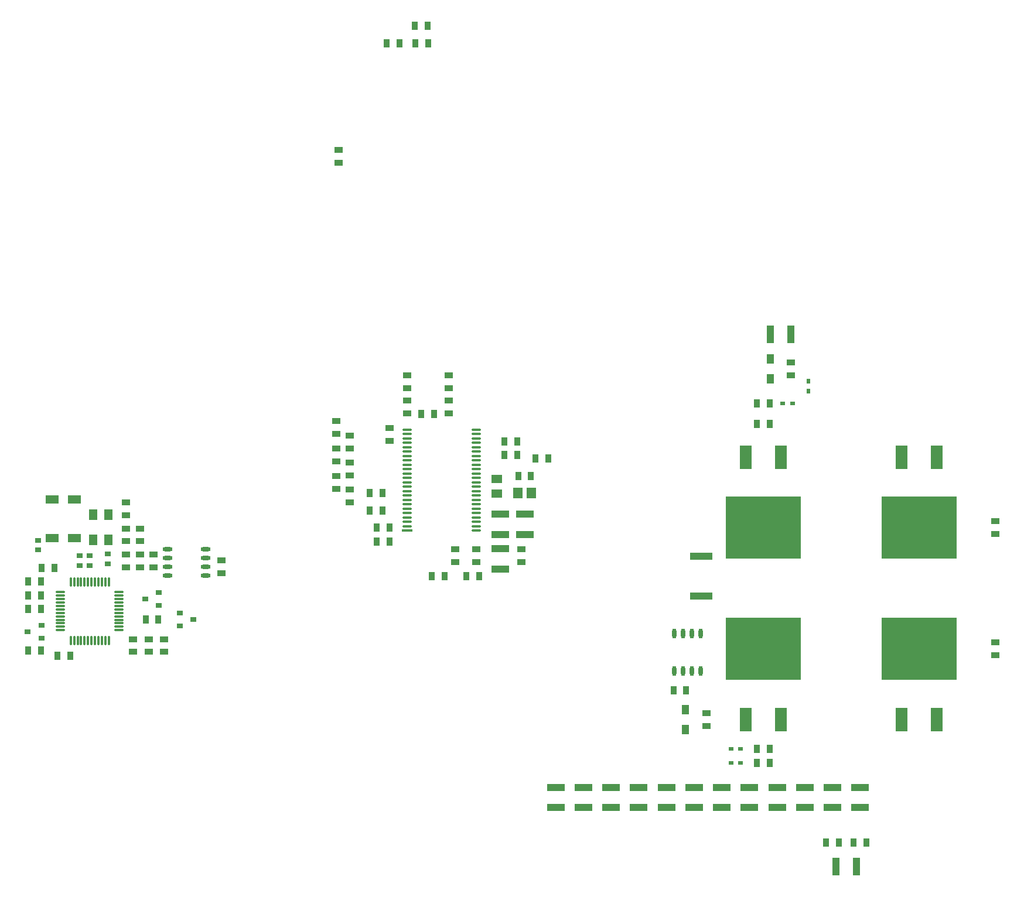
<source format=gbp>
G04*
G04 #@! TF.GenerationSoftware,Altium Limited,Altium Designer,21.0.8 (223)*
G04*
G04 Layer_Color=128*
%FSLAX25Y25*%
%MOIN*%
G70*
G04*
G04 #@! TF.SameCoordinates,A19D7D31-63B9-40C3-BA03-758776B81FF0*
G04*
G04*
G04 #@! TF.FilePolarity,Positive*
G04*
G01*
G75*
%ADD21R,0.03740X0.05118*%
%ADD22R,0.05118X0.03740*%
%ADD74R,0.05906X0.01181*%
%ADD75O,0.05906X0.01181*%
%ADD76R,0.06102X0.04921*%
%ADD77R,0.05315X0.06102*%
%ADD78R,0.10236X0.04134*%
%ADD79O,0.05709X0.02362*%
%ADD80R,0.03543X0.03150*%
%ADD81R,0.04921X0.06299*%
%ADD82O,0.05709X0.01181*%
%ADD83O,0.01181X0.05709*%
%ADD84R,0.03543X0.02756*%
%ADD85R,0.07500X0.05000*%
%ADD86R,0.04134X0.10236*%
%ADD87R,0.03937X0.05315*%
%ADD88R,0.02362X0.02953*%
%ADD89R,0.02953X0.02362*%
%ADD90O,0.02362X0.05709*%
%ADD91R,0.12795X0.04134*%
%ADD92R,0.42992X0.35512*%
%ADD93R,0.07008X0.13795*%
D21*
X373721Y255906D02*
D03*
X366437D02*
D03*
X373721Y246063D02*
D03*
X366437D02*
D03*
X377953Y236221D02*
D03*
X370669D02*
D03*
X377953Y228346D02*
D03*
X370669D02*
D03*
X395965Y301181D02*
D03*
X403248D02*
D03*
X468209Y275591D02*
D03*
X460925D02*
D03*
X450492Y285433D02*
D03*
X443209D02*
D03*
X450492Y277559D02*
D03*
X443209D02*
D03*
X458366Y265748D02*
D03*
X451083D02*
D03*
X428839Y208661D02*
D03*
X421555D02*
D03*
X409154D02*
D03*
X401870D02*
D03*
X246358Y183973D02*
D03*
X239075D02*
D03*
X180020Y213501D02*
D03*
X187303D02*
D03*
X179429Y205627D02*
D03*
X172146D02*
D03*
X172146Y197753D02*
D03*
X179429D02*
D03*
X172146Y189879D02*
D03*
X179429D02*
D03*
X172146Y166257D02*
D03*
X179429D02*
D03*
X196161Y163304D02*
D03*
X188878D02*
D03*
X594193Y307087D02*
D03*
X586909D02*
D03*
X594193Y295276D02*
D03*
X586909D02*
D03*
X546654Y143701D02*
D03*
X539370D02*
D03*
X586909Y102362D02*
D03*
X594193D02*
D03*
X586909Y110236D02*
D03*
X594193D02*
D03*
X633563Y57087D02*
D03*
X626279D02*
D03*
X649311D02*
D03*
X642028D02*
D03*
X392551Y512192D02*
D03*
X399834D02*
D03*
X392279Y522035D02*
D03*
X399563D02*
D03*
X376310Y512192D02*
D03*
X383594D02*
D03*
D22*
X387795Y322933D02*
D03*
Y315650D02*
D03*
X355315Y288779D02*
D03*
Y281496D02*
D03*
Y273327D02*
D03*
Y266043D02*
D03*
Y257874D02*
D03*
Y250591D02*
D03*
X347441Y265748D02*
D03*
Y258465D02*
D03*
Y281201D02*
D03*
Y273917D02*
D03*
Y296949D02*
D03*
Y289665D02*
D03*
X387795Y308760D02*
D03*
Y301476D02*
D03*
X411417Y322933D02*
D03*
Y315650D02*
D03*
Y308760D02*
D03*
Y301476D02*
D03*
X452756Y224114D02*
D03*
Y216831D02*
D03*
X427165Y224114D02*
D03*
Y216831D02*
D03*
X415354Y224114D02*
D03*
Y216831D02*
D03*
X227953Y228560D02*
D03*
Y235843D02*
D03*
Y221080D02*
D03*
Y213796D02*
D03*
X282087Y210253D02*
D03*
Y217536D02*
D03*
X249606Y172851D02*
D03*
Y165568D02*
D03*
X240748Y172851D02*
D03*
Y165568D02*
D03*
X231890Y172851D02*
D03*
Y165568D02*
D03*
X235827Y213796D02*
D03*
Y221080D02*
D03*
X243701Y221080D02*
D03*
Y213796D02*
D03*
X235827Y235843D02*
D03*
Y228560D02*
D03*
X227953Y250607D02*
D03*
Y243324D02*
D03*
X722441Y239862D02*
D03*
Y232579D02*
D03*
Y170965D02*
D03*
Y163681D02*
D03*
X606299Y323130D02*
D03*
Y330413D02*
D03*
X558071Y130610D02*
D03*
Y123327D02*
D03*
X348819Y451279D02*
D03*
Y443996D02*
D03*
X377953Y293012D02*
D03*
Y285728D02*
D03*
D74*
X387795Y234685D02*
D03*
D75*
Y237185D02*
D03*
Y239685D02*
D03*
Y242185D02*
D03*
Y244685D02*
D03*
Y247185D02*
D03*
Y249685D02*
D03*
Y252185D02*
D03*
Y254685D02*
D03*
Y257185D02*
D03*
Y259685D02*
D03*
Y262185D02*
D03*
Y264685D02*
D03*
Y267185D02*
D03*
Y269685D02*
D03*
Y272185D02*
D03*
Y274685D02*
D03*
Y277185D02*
D03*
Y279685D02*
D03*
Y282185D02*
D03*
Y284685D02*
D03*
Y287185D02*
D03*
Y289685D02*
D03*
Y292185D02*
D03*
X427165Y234685D02*
D03*
Y237185D02*
D03*
Y239685D02*
D03*
Y242185D02*
D03*
Y244685D02*
D03*
Y247185D02*
D03*
Y249685D02*
D03*
Y252185D02*
D03*
Y254685D02*
D03*
Y257185D02*
D03*
Y259685D02*
D03*
Y262185D02*
D03*
Y264685D02*
D03*
Y267185D02*
D03*
Y269685D02*
D03*
Y272185D02*
D03*
Y274685D02*
D03*
Y277185D02*
D03*
Y279685D02*
D03*
Y282185D02*
D03*
Y284685D02*
D03*
Y287185D02*
D03*
Y289685D02*
D03*
Y292185D02*
D03*
D76*
X438976Y255807D02*
D03*
Y263878D02*
D03*
D77*
X450886Y255906D02*
D03*
X458563D02*
D03*
D78*
X440945Y243996D02*
D03*
Y232382D02*
D03*
X454724Y243996D02*
D03*
Y232382D02*
D03*
X440945Y224311D02*
D03*
Y212697D02*
D03*
X472441Y88484D02*
D03*
Y76870D02*
D03*
X488189D02*
D03*
Y88484D02*
D03*
X503937Y76870D02*
D03*
Y88484D02*
D03*
X519685Y76870D02*
D03*
Y88484D02*
D03*
X535433Y76870D02*
D03*
Y88484D02*
D03*
X551181Y76870D02*
D03*
Y88484D02*
D03*
X566929Y76870D02*
D03*
Y88484D02*
D03*
X582677Y76870D02*
D03*
Y88484D02*
D03*
X598425Y76870D02*
D03*
Y88484D02*
D03*
X614173Y76870D02*
D03*
Y88484D02*
D03*
X629921Y76870D02*
D03*
Y88484D02*
D03*
X645669Y76870D02*
D03*
Y88484D02*
D03*
D79*
X251673Y208954D02*
D03*
Y213954D02*
D03*
Y218954D02*
D03*
Y223954D02*
D03*
X273130Y208954D02*
D03*
Y213954D02*
D03*
Y218954D02*
D03*
Y223954D02*
D03*
D80*
X266339Y183973D02*
D03*
X258465Y187714D02*
D03*
Y180233D02*
D03*
X238779Y195784D02*
D03*
X246654Y192044D02*
D03*
Y199525D02*
D03*
X171850Y177084D02*
D03*
X179724Y173344D02*
D03*
Y180824D02*
D03*
D81*
X209252Y243816D02*
D03*
X217913D02*
D03*
Y229249D02*
D03*
X209252D02*
D03*
D82*
X190650Y199606D02*
D03*
Y197638D02*
D03*
Y195669D02*
D03*
Y193701D02*
D03*
Y191732D02*
D03*
Y189764D02*
D03*
Y187795D02*
D03*
Y185827D02*
D03*
Y183858D02*
D03*
Y181890D02*
D03*
Y179921D02*
D03*
Y177953D02*
D03*
X223917D02*
D03*
Y179921D02*
D03*
Y181890D02*
D03*
Y183858D02*
D03*
Y185827D02*
D03*
Y187795D02*
D03*
Y189764D02*
D03*
Y191732D02*
D03*
Y193701D02*
D03*
Y195669D02*
D03*
Y197638D02*
D03*
Y199606D02*
D03*
D83*
X196457Y172146D02*
D03*
X198425D02*
D03*
X200394D02*
D03*
X202362D02*
D03*
X204331D02*
D03*
X206299D02*
D03*
X208268D02*
D03*
X210236D02*
D03*
X212205D02*
D03*
X214173D02*
D03*
X216142D02*
D03*
X218110D02*
D03*
Y205413D02*
D03*
X216142D02*
D03*
X214173D02*
D03*
X212205D02*
D03*
X210236D02*
D03*
X208268D02*
D03*
X206299D02*
D03*
X204331D02*
D03*
X202362D02*
D03*
X200394D02*
D03*
X198425D02*
D03*
X196457D02*
D03*
D84*
X217520Y221260D02*
D03*
Y215748D02*
D03*
X201378Y214682D02*
D03*
Y220194D02*
D03*
X207283Y220194D02*
D03*
Y214682D02*
D03*
X177756Y223540D02*
D03*
Y229052D02*
D03*
D85*
X185925Y230233D02*
D03*
Y252233D02*
D03*
X198425D02*
D03*
Y230233D02*
D03*
D86*
X606201Y346457D02*
D03*
X594587D02*
D03*
X643602Y43307D02*
D03*
X631988D02*
D03*
D87*
X594488Y321161D02*
D03*
Y332382D02*
D03*
X546260Y132579D02*
D03*
Y121358D02*
D03*
D88*
X616142Y314173D02*
D03*
Y319685D02*
D03*
D89*
X607087Y307087D02*
D03*
X601575D02*
D03*
X572047Y110236D02*
D03*
X577559D02*
D03*
X572047Y102362D02*
D03*
X577559D02*
D03*
D90*
X554744Y154626D02*
D03*
X549744D02*
D03*
X544744D02*
D03*
X539744D02*
D03*
X554744Y176083D02*
D03*
X549744D02*
D03*
X544744D02*
D03*
X539744D02*
D03*
D91*
X555118Y197244D02*
D03*
Y220079D02*
D03*
D92*
X590551Y167323D02*
D03*
Y236221D02*
D03*
X679134Y167323D02*
D03*
Y236221D02*
D03*
D93*
X580551Y127114D02*
D03*
X600551D02*
D03*
Y276429D02*
D03*
X580551D02*
D03*
X669134Y127114D02*
D03*
X689134D02*
D03*
X669134Y276429D02*
D03*
X689134D02*
D03*
M02*

</source>
